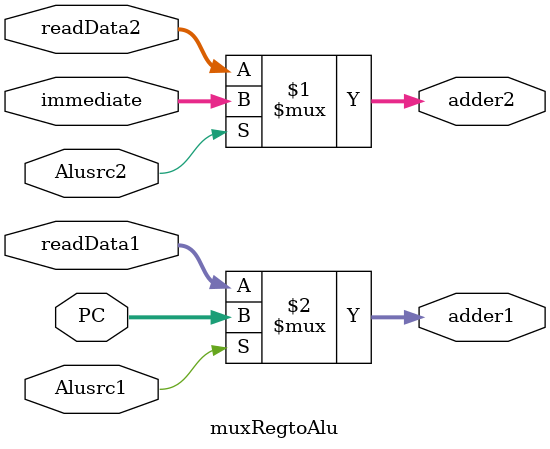
<source format=v>
module muxRegtoAlu (
    input Alusrc1,Alusrc2,
    input [31:0]readData1,//from Register1
    input [31:0]PC,  
    input [31:0]readData2,//from Register2
    input [31:0]immediate,//from imm_generator
    output wire [31:0]adder1,
    output wire [31:0]adder2//to Alu
    
);
assign adder2=Alusrc2?immediate:readData2;
assign adder1=Alusrc1?PC:readData1;
endmodule //muxReg2Alu


/*Readme:
Alusrc1:choose readData1 and pc
Alusrc2:choose readData2 and Imm
adder1 adder2:input to ALU
*/
</source>
